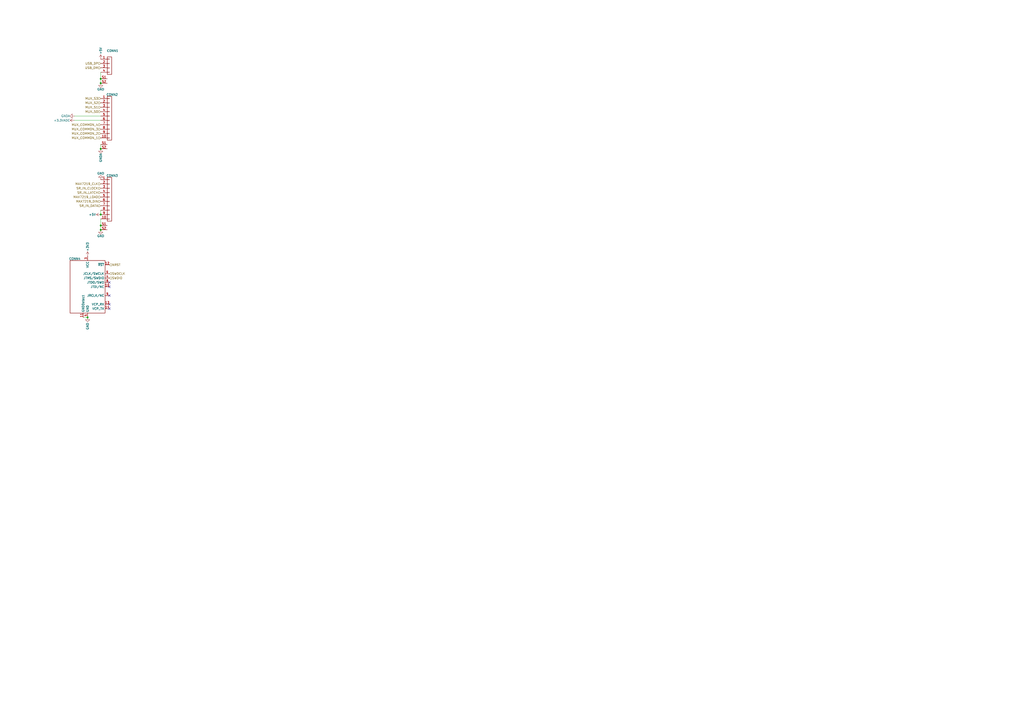
<source format=kicad_sch>
(kicad_sch (version 20250114) (generator "eeschema") (generator_version "9.0")
  (paper "A2")
  (lib_symbols
    (symbol "Connector:Conn_ST_STDC14"
      (property "Reference" "J?" (at -11.43 1.2701 0))
      (property "Value" "Conn_ST_STDC14" (at -11.43 -1.2699 0))
      (symbol "Conn_ST_STDC14_1_1"
        (rectangle (start -10.16 15.24) (end 10.16 -15.24) (stroke (width 0.254)))
        (pin no_connect line (at -10.16 5.08 0) (length 2.54) (hide yes) (name "NC") (number "1"))
        (pin no_connect line (at -10.16 2.54 0) (length 2.54) (hide yes) (name "NC") (number "2"))
        (pin passive line (at -2.54 -17.78 90) (length 2.54) (name "GNDDetect") (number "11"))
        (pin power_in line (at 0 17.78 270) (length 2.54) (name "VCC") (number "3"))
        (pin power_in line (at 0 -17.78 90) (length 2.54) (name "GND") (number "5"))
        (pin passive line (at 0 -17.78 90) (length 2.54) (hide yes) (name "GND") (number "7"))
        (pin open_collector line (at 12.7 12.7 180) (length 2.54) (name "~{RST}") (number "12"))
        (pin output line (at 12.7 7.62 180) (length 2.54) (name "JCLK/SWCLK") (number "6"))
        (pin bidirectional line (at 12.7 5.08 180) (length 2.54) (name "JTMS/SWDIO") (number "4"))
        (pin input line (at 12.7 2.54 180) (length 2.54) (name "JTDO/SWO") (number "8"))
        (pin output line (at 12.7 0 180) (length 2.54) (name "JTDI/NC") (number "10"))
        (pin input line (at 12.7 -5.08 180) (length 2.54) (name "JRCLK/NC") (number "9"))
        (pin output line (at 12.7 -10.16 180) (length 2.54) (name "VCP_RX") (number "13"))
        (pin input line (at 12.7 -12.7 180) (length 2.54) (name "VCP_TX") (number "14"))
      )
    )
    (symbol "Connector_Generic:Conn_01x04" (pin_names (offset 1.016) (hide yes))
      (property "Reference" "CONN1" (at -1.524 7.366 0))
      (symbol "Conn_01x04_1_1"
        (rectangle (start -1.27 3.81) (end 1.27 -6.35) (stroke (width 0.254)))
        (rectangle (start -1.27 2.667) (end 0 2.413) (stroke (width 0.1524)))
        (rectangle (start -1.27 0.127) (end 0 -0.127) (stroke (width 0.1524)))
        (rectangle (start -1.27 -2.413) (end 0 -2.667) (stroke (width 0.1524)))
        (rectangle (start -1.27 -4.953) (end 0 -5.207) (stroke (width 0.1524)))
        (pin passive line (at -5.08 2.54 0) (length 3.81) (name "Pin_1") (number "1"))
        (pin passive line (at -5.08 0 0) (length 3.81) (name "Pin_2") (number "2"))
        (pin passive line (at -5.08 -2.54 0) (length 3.81) (name "Pin_3") (number "3"))
        (pin passive line (at -5.08 -5.08 0) (length 3.81) (name "Pin_4") (number "4"))
        (pin passive line (at -5.08 -8.89 0) (length 3.81) (name "S1") (number "S1"))
        (pin passive line (at -5.08 -11.43 0) (length 3.81) (name "S2") (number "S2"))
      )
    )
    (symbol "Connector_Generic:Conn_01x10" (pin_names (offset 1.016) (hide yes))
      (property "Reference" "CONN1" (at -1.778 11.684 0))
      (symbol "Conn_01x10_1_1"
        (rectangle (start -1.27 11.43) (end 1.27 -13.97) (stroke (width 0.254)))
        (rectangle (start -1.27 10.287) (end 0 10.033) (stroke (width 0.1524)))
        (rectangle (start -1.27 7.747) (end 0 7.493) (stroke (width 0.1524)))
        (rectangle (start -1.27 5.207) (end 0 4.953) (stroke (width 0.1524)))
        (rectangle (start -1.27 2.667) (end 0 2.413) (stroke (width 0.1524)))
        (rectangle (start -1.27 0.127) (end 0 -0.127) (stroke (width 0.1524)))
        (rectangle (start -1.27 -2.413) (end 0 -2.667) (stroke (width 0.1524)))
        (rectangle (start -1.27 -4.953) (end 0 -5.207) (stroke (width 0.1524)))
        (rectangle (start -1.27 -7.493) (end 0 -7.747) (stroke (width 0.1524)))
        (rectangle (start -1.27 -10.033) (end 0 -10.287) (stroke (width 0.1524)))
        (rectangle (start -1.27 -12.573) (end 0 -12.827) (stroke (width 0.1524)))
        (pin passive line (at -5.08 10.16 0) (length 3.81) (name "Pin_1") (number "1"))
        (pin passive line (at -5.08 7.62 0) (length 3.81) (name "Pin_2") (number "2"))
        (pin passive line (at -5.08 5.08 0) (length 3.81) (name "Pin_3") (number "3"))
        (pin passive line (at -5.08 2.54 0) (length 3.81) (name "Pin_4") (number "4"))
        (pin passive line (at -5.08 0 0) (length 3.81) (name "Pin_5") (number "5"))
        (pin passive line (at -5.08 -2.54 0) (length 3.81) (name "Pin_6") (number "6"))
        (pin passive line (at -5.08 -5.08 0) (length 3.81) (name "Pin_7") (number "7"))
        (pin passive line (at -5.08 -7.62 0) (length 3.81) (name "Pin_8") (number "8"))
        (pin passive line (at -5.08 -10.16 0) (length 3.81) (name "Pin_9") (number "9"))
        (pin passive line (at -5.08 -12.7 0) (length 3.81) (name "Pin_10") (number "10"))
        (pin passive line (at -5.08 -16.51 0) (length 3.81) (name "S1") (number "S1"))
        (pin passive line (at -5.08 -19.05 0) (length 3.81) (name "S2") (number "S2"))
      )
    )
    (symbol "power:+3.3VADC" (power) (pin_names (offset 0))
      (property "Value" "+3.3VADC" (at 0 2.54 0))
      (symbol "+3.3VADC_0_0"
        (pin power_in line (at 0 0 90) (length 0) (hide yes) (name "+3.3VADC") (number "1"))
      )
      (symbol "+3.3VADC_0_1"
        (polyline (pts (xy -0.762 1.27) (xy 0 2.54)))
        (polyline (pts (xy 0 2.54) (xy 0.762 1.27)))
        (polyline (pts (xy 0 0) (xy 0 2.54)))
      )
    )
    (symbol "power:+3V3" (power) (pin_numbers (hide yes)) (pin_names (offset 0) (hide yes))
      (property "Value" "+3V3" (at 0 3.556 0))
      (symbol "+3V3_0_1"
        (polyline (pts (xy -0.762 1.27) (xy 0 2.54)))
        (polyline (pts (xy 0 2.54) (xy 0.762 1.27)))
        (polyline (pts (xy 0 0) (xy 0 2.54)))
      )
      (symbol "+3V3_1_1"
        (pin power_in line (at 0 0 90) (length 0) (name "~") (number "1"))
      )
    )
    (symbol "power:+5V" (power) (pin_numbers (hide yes)) (pin_names (offset 0) (hide yes))
      (property "Value" "+5V" (at 0 3.556 0))
      (symbol "+5V_0_1"
        (polyline (pts (xy -0.762 1.27) (xy 0 2.54)))
        (polyline (pts (xy 0 2.54) (xy 0.762 1.27)))
        (polyline (pts (xy 0 0) (xy 0 2.54)))
      )
      (symbol "+5V_1_1"
        (pin power_in line (at 0 0 90) (length 0) (name "~") (number "1"))
      )
    )
    (symbol "power:GND" (power) (pin_numbers (hide yes)) (pin_names (offset 0) (hide yes))
      (property "Value" "GND" (at 0 -3.81 0))
      (symbol "GND_0_1"
        (polyline (pts (xy 0 0) (xy 0 -1.27) (xy 1.27 -1.27) (xy 0 -2.54) (xy -1.27 -1.27) (xy 0 -1.27)))
      )
      (symbol "GND_1_1"
        (pin power_in line (at 0 0 270) (length 0) (name "~") (number "1"))
      )
    )
    (symbol "power:GNDA" (power) (pin_numbers (hide yes)) (pin_names (offset 0) (hide yes))
      (property "Value" "GNDA" (at 0 -3.81 0))
      (symbol "GNDA_0_1"
        (polyline (pts (xy 0 0) (xy 0 -1.27) (xy 1.27 -1.27) (xy 0 -2.54) (xy -1.27 -1.27) (xy 0 -1.27)))
      )
      (symbol "GNDA_1_1"
        (pin power_in line (at 0 0 270) (length 0) (name "~") (number "1"))
      )
    )
  )
  (junction (at 58.42 86.36))
  (junction (at 58.42 130.81))
  (junction (at 58.42 48.26))
  (junction (at 58.42 45.72))
  (junction (at 58.42 124.46))
  (junction (at 58.42 133.35))
  (junction (at 50.8 184.15))
  (no_connect (at 63.5 176.53))
  (no_connect (at 63.5 166.37))
  (no_connect (at 63.5 163.83))
  (no_connect (at 63.5 179.07))
  (no_connect (at 63.5 171.45))
  (wire (pts (xy 58.42 41.91) (xy 58.42 45.72)))
  (wire (pts (xy 48.26 184.15) (xy 50.8 184.15)))
  (wire (pts (xy 58.42 45.72) (xy 58.42 48.26)))
  (wire (pts (xy 58.42 130.81) (xy 58.42 133.35)))
  (wire (pts (xy 58.42 83.82) (xy 58.42 86.36)))
  (wire (pts (xy 58.42 121.92) (xy 58.42 124.46)))
  (wire (pts (xy 43.18 67.31) (xy 58.42 67.31)))
  (wire (pts (xy 58.42 127) (xy 58.42 130.81)))
  (wire (pts (xy 43.18 69.85) (xy 58.42 69.85)))
  (hierarchical_label "MAX7219_CLK" (shape input) (at 58.42 106.68 180))
  (hierarchical_label "MUX_S1" (shape input) (at 58.42 62.23 180))
  (hierarchical_label "SR_IN_CLOCK" (shape input) (at 58.42 109.22 180))
  (hierarchical_label "MUX_COMMON_4" (shape input) (at 58.42 72.39 180))
  (hierarchical_label "SWDCLK" (shape input) (at 63.5 158.75 0))
  (hierarchical_label "SR_IN_LATCH" (shape input) (at 58.42 111.76 180))
  (hierarchical_label "MUX_S0" (shape input) (at 58.42 64.77 180))
  (hierarchical_label "MAX7219_DIN" (shape input) (at 58.42 116.84 180))
  (hierarchical_label "USB_DM" (shape input) (at 58.42 39.37 180))
  (hierarchical_label "MUX_S3" (shape input) (at 58.42 57.15 180))
  (hierarchical_label "USB_DP" (shape input) (at 58.42 36.83 180))
  (hierarchical_label "MAX7219_LOAD" (shape input) (at 58.42 114.3 180))
  (hierarchical_label "NRST" (shape input) (at 63.5 153.67 0))
  (hierarchical_label "MUX_COMMON_3" (shape input) (at 58.42 74.93 180))
  (hierarchical_label "MUX_S2" (shape input) (at 58.42 59.69 180))
  (hierarchical_label "SWDIO" (shape input) (at 63.5 161.29 0))
  (hierarchical_label "MUX_COMMON_2" (shape input) (at 58.42 77.47 180))
  (hierarchical_label "SR_IN_DATA" (shape input) (at 58.42 119.38 180))
  (hierarchical_label "MUX_COMMON_1" (shape input) (at 58.42 80.01 180))
  (symbol (lib_id "power:+5V") (at 58.42 124.46 90) (unit 1)
    (property "Reference" "#PWR0103" (effects (hide yes)))
    (property "Value" "+5V" (at 55.626 124.46 90) (effects (justify left)))
    (property "Description" "Power symbol creates a global label with name \"+5V\"" (effects (hide yes)))
  )
  (symbol (lib_id "power:GND") (at 58.42 133.35 0) (unit 1)
    (property "Reference" "#PWR0102" (effects (hide yes)))
    (property "Value" "GND" (at 58.42 136.906 0))
    (property "Description" "Power symbol creates a global label with name \"GND\" , ground" (effects (hide yes)))
  )
  (symbol (lib_id "power:GNDA") (at 43.18 67.31 270) (unit 1)
    (property "Reference" "#PWR0105" (effects (hide yes)))
    (property "Value" "GNDA" (at 40.64 67.31 90) (effects (justify right)))
    (property "Description" "Power symbol creates a global label with name \"GNDA\" , analog ground" (effects (hide yes)))
  )
  (symbol (lib_id "power:+3V3") (at 50.8 148.59 0) (unit 1)
    (property "Reference" "#PWR0107" (effects (hide yes)))
    (property "Value" "+3V3" (at 50.8 145.796 90) (effects (justify left)))
    (property "Description" "Power symbol creates a global label with name \"+3V3\"" (effects (hide yes)))
  )
  (symbol (lib_id "power:GND") (at 50.8 184.15 0) (unit 1)
    (property "Reference" "#PWR0109" (effects (hide yes)))
    (property "Value" "GND" (at 50.8 187.198 90) (effects (justify right)))
  )
  (symbol (lib_id "power:GNDA") (at 58.42 86.36 0) (unit 1)
    (property "Reference" "#PWR01" (effects (hide yes)))
    (property "Value" "GNDA" (at 58.42 88.9 90) (effects (justify right)))
    (property "Description" "Power symbol creates a global label with name \"GNDA\" , analog ground" (effects (hide yes)))
  )
  (symbol (lib_id "power:GND") (at 58.42 48.26 0) (unit 1)
    (property "Reference" "#PWR078" (effects (hide yes)))
    (property "Value" "GND" (at 58.42 51.816 0))
    (property "Description" "Power symbol creates a global label with name \"GND\" , ground" (effects (hide yes)))
  )
  (symbol (lib_id "Connector:Conn_ST_STDC14") (at 50.8 166.37 0) (unit 1)
    (property "Reference" "CONN4" (at 46.736 150.114 0) (effects (justify right)))
    (property "Value" "Conn_ST_STDC14" (effects (hide yes)))
    (property "Footprint" "Igor:SAMTEC_FTSH-107-01-L-DV-K" (effects (hide yes)))
    (property "Datasheet" "https://www.st.com/content/ccc/resource/technical/document/user_manual/group1/99/49/91/b6/b2/3a/46/e5/DM00526767/files/DM00526767.pdf/jcr:content/translations/en.DM00526767.pdf" (effects (hide yes)))
    (property "Description" "ST Debug Connector, standard ARM Cortex-M SWD and JTAG interface plus UART" (effects (hide yes)))
    (property "LCSC" "C5307809" (effects (hide yes)))
  )
  (symbol (lib_id "power:+5V") (at 58.42 34.29 0) (unit 1)
    (property "Reference" "#PWR079" (effects (hide yes)))
    (property "Value" "+5V" (at 58.42 31.496 90) (effects (justify left)))
    (property "Description" "Power symbol creates a global label with name \"+5V\"" (effects (hide yes)))
  )
  (symbol (lib_id "Connector_Generic:Conn_01x04") (at 63.5 36.83 0) (unit 1)
    (property "Reference" "CONN1" (at 61.976 29.464 0) (effects (justify left)))
    (property "Value" "Conn_01x04" (effects (hide yes)))
    (property "Footprint" "Igor:CONN_SM04B-SRSS-TB_JST" (effects (hide yes)))
    (property "Description" "Generic connector, single row, 01x04, script generated (kicad-library-utils/schlib/autogen/connector/)" (effects (hide yes)))
    (property "LCSC" "C160404" (effects (hide yes)))
  )
  (symbol (lib_id "power:+3.3VADC") (at 43.18 69.85 90) (unit 1)
    (property "Reference" "#PWR0106" (effects (hide yes)))
    (property "Value" "+3.3VADC" (at 40.64 69.85 90) (effects (justify left)))
  )
  (symbol (lib_id "Connector_Generic:Conn_01x10") (at 63.5 67.31 0) (unit 1)
    (property "Reference" "CONN2" (at 61.722 55.626 0) (effects (justify left bottom)))
    (property "Value" "PINHD-1X10-FFC-1MM-Z" (effects (hide yes)))
    (property "Footprint" "Igor:CONN_SM10B-SRSS-TB_JST" (effects (hide yes)))
    (property "Description" "Generic connector, single row, 01x10, script generated (kicad-library-utils/schlib/autogen/connector/)" (effects (hide yes)))
    (property "LCSC" "C160409" (effects (hide yes)))
  )
  (symbol (lib_id "Connector_Generic:Conn_01x10") (at 63.5 114.3 0) (unit 1)
    (property "Reference" "CONN3" (at 61.722 102.616 0) (effects (justify left bottom)))
    (property "Value" "PINHD-1X10-FFC-1MM-Z" (effects (hide yes)))
    (property "Footprint" "Igor:CONN_SM10B-SRSS-TB_JST" (effects (hide yes)))
    (property "Description" "Generic connector, single row, 01x10, script generated (kicad-library-utils/schlib/autogen/connector/)" (effects (hide yes)))
    (property "LCSC" "C160409" (effects (hide yes)))
  )
  (symbol (lib_id "power:GND") (at 58.42 104.14 180) (unit 1)
    (property "Reference" "#PWR080" (effects (hide yes)))
    (property "Value" "GND" (at 58.42 100.584 0))
    (property "Description" "Power symbol creates a global label with name \"GND\" , ground" (effects (hide yes)))
  )
)
</source>
